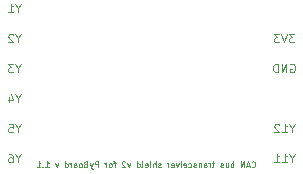
<source format=gbo>
G04 #@! TF.FileFunction,Legend,Bot*
%FSLAX45Y45*%
G04 Gerber Fmt 4.5, Leading zero omitted, Abs format (unit mm)*
G04 Created by KiCad (PCBNEW 4.0.4-stable) date Sat Oct 29 12:27:33 2016*
%MOMM*%
%LPD*%
G01*
G04 APERTURE LIST*
%ADD10C,0.100000*%
G04 APERTURE END LIST*
D10*
X10596847Y-10482657D02*
X10599228Y-10485038D01*
X10606371Y-10487419D01*
X10611133Y-10487419D01*
X10618276Y-10485038D01*
X10623038Y-10480276D01*
X10625419Y-10475514D01*
X10627800Y-10465991D01*
X10627800Y-10458848D01*
X10625419Y-10449324D01*
X10623038Y-10444562D01*
X10618276Y-10439800D01*
X10611133Y-10437419D01*
X10606371Y-10437419D01*
X10599228Y-10439800D01*
X10596847Y-10442181D01*
X10577800Y-10473133D02*
X10553990Y-10473133D01*
X10582562Y-10487419D02*
X10565895Y-10437419D01*
X10549228Y-10487419D01*
X10532562Y-10487419D02*
X10532562Y-10437419D01*
X10503990Y-10487419D01*
X10503990Y-10437419D01*
X10442085Y-10487419D02*
X10442085Y-10437419D01*
X10442085Y-10456467D02*
X10437323Y-10454086D01*
X10427800Y-10454086D01*
X10423038Y-10456467D01*
X10420657Y-10458848D01*
X10418276Y-10463610D01*
X10418276Y-10477895D01*
X10420657Y-10482657D01*
X10423038Y-10485038D01*
X10427800Y-10487419D01*
X10437323Y-10487419D01*
X10442085Y-10485038D01*
X10375419Y-10454086D02*
X10375419Y-10487419D01*
X10396847Y-10454086D02*
X10396847Y-10480276D01*
X10394466Y-10485038D01*
X10389704Y-10487419D01*
X10382562Y-10487419D01*
X10377800Y-10485038D01*
X10375419Y-10482657D01*
X10353990Y-10485038D02*
X10349228Y-10487419D01*
X10339704Y-10487419D01*
X10334943Y-10485038D01*
X10332562Y-10480276D01*
X10332562Y-10477895D01*
X10334943Y-10473133D01*
X10339704Y-10470752D01*
X10346847Y-10470752D01*
X10351609Y-10468371D01*
X10353990Y-10463610D01*
X10353990Y-10461229D01*
X10351609Y-10456467D01*
X10346847Y-10454086D01*
X10339704Y-10454086D01*
X10334943Y-10456467D01*
X10280181Y-10454086D02*
X10261133Y-10454086D01*
X10273038Y-10437419D02*
X10273038Y-10480276D01*
X10270657Y-10485038D01*
X10265895Y-10487419D01*
X10261133Y-10487419D01*
X10244466Y-10487419D02*
X10244466Y-10454086D01*
X10244466Y-10463610D02*
X10242085Y-10458848D01*
X10239704Y-10456467D01*
X10234943Y-10454086D01*
X10230181Y-10454086D01*
X10192085Y-10487419D02*
X10192085Y-10461229D01*
X10194466Y-10456467D01*
X10199228Y-10454086D01*
X10208752Y-10454086D01*
X10213514Y-10456467D01*
X10192085Y-10485038D02*
X10196847Y-10487419D01*
X10208752Y-10487419D01*
X10213514Y-10485038D01*
X10215895Y-10480276D01*
X10215895Y-10475514D01*
X10213514Y-10470752D01*
X10208752Y-10468371D01*
X10196847Y-10468371D01*
X10192085Y-10465991D01*
X10168276Y-10454086D02*
X10168276Y-10487419D01*
X10168276Y-10458848D02*
X10165895Y-10456467D01*
X10161133Y-10454086D01*
X10153990Y-10454086D01*
X10149228Y-10456467D01*
X10146847Y-10461229D01*
X10146847Y-10487419D01*
X10125419Y-10485038D02*
X10120657Y-10487419D01*
X10111133Y-10487419D01*
X10106371Y-10485038D01*
X10103990Y-10480276D01*
X10103990Y-10477895D01*
X10106371Y-10473133D01*
X10111133Y-10470752D01*
X10118276Y-10470752D01*
X10123038Y-10468371D01*
X10125419Y-10463610D01*
X10125419Y-10461229D01*
X10123038Y-10456467D01*
X10118276Y-10454086D01*
X10111133Y-10454086D01*
X10106371Y-10456467D01*
X10061133Y-10485038D02*
X10065895Y-10487419D01*
X10075419Y-10487419D01*
X10080181Y-10485038D01*
X10082562Y-10482657D01*
X10084943Y-10477895D01*
X10084943Y-10463610D01*
X10082562Y-10458848D01*
X10080181Y-10456467D01*
X10075419Y-10454086D01*
X10065895Y-10454086D01*
X10061133Y-10456467D01*
X10020657Y-10485038D02*
X10025419Y-10487419D01*
X10034943Y-10487419D01*
X10039704Y-10485038D01*
X10042085Y-10480276D01*
X10042085Y-10461229D01*
X10039704Y-10456467D01*
X10034943Y-10454086D01*
X10025419Y-10454086D01*
X10020657Y-10456467D01*
X10018276Y-10461229D01*
X10018276Y-10465991D01*
X10042085Y-10470752D01*
X9996847Y-10487419D02*
X9996847Y-10454086D01*
X9996847Y-10437419D02*
X9999228Y-10439800D01*
X9996847Y-10442181D01*
X9994466Y-10439800D01*
X9996847Y-10437419D01*
X9996847Y-10442181D01*
X9977800Y-10454086D02*
X9965895Y-10487419D01*
X9953990Y-10454086D01*
X9915895Y-10485038D02*
X9920657Y-10487419D01*
X9930181Y-10487419D01*
X9934943Y-10485038D01*
X9937324Y-10480276D01*
X9937324Y-10461229D01*
X9934943Y-10456467D01*
X9930181Y-10454086D01*
X9920657Y-10454086D01*
X9915895Y-10456467D01*
X9913514Y-10461229D01*
X9913514Y-10465991D01*
X9937324Y-10470752D01*
X9892086Y-10487419D02*
X9892086Y-10454086D01*
X9892086Y-10463610D02*
X9889705Y-10458848D01*
X9887324Y-10456467D01*
X9882562Y-10454086D01*
X9877800Y-10454086D01*
X9825419Y-10485038D02*
X9820657Y-10487419D01*
X9811133Y-10487419D01*
X9806371Y-10485038D01*
X9803990Y-10480276D01*
X9803990Y-10477895D01*
X9806371Y-10473133D01*
X9811133Y-10470752D01*
X9818276Y-10470752D01*
X9823038Y-10468371D01*
X9825419Y-10463610D01*
X9825419Y-10461229D01*
X9823038Y-10456467D01*
X9818276Y-10454086D01*
X9811133Y-10454086D01*
X9806371Y-10456467D01*
X9782562Y-10487419D02*
X9782562Y-10437419D01*
X9761133Y-10487419D02*
X9761133Y-10461229D01*
X9763514Y-10456467D01*
X9768276Y-10454086D01*
X9775419Y-10454086D01*
X9780181Y-10456467D01*
X9782562Y-10458848D01*
X9737324Y-10487419D02*
X9737324Y-10454086D01*
X9737324Y-10437419D02*
X9739705Y-10439800D01*
X9737324Y-10442181D01*
X9734943Y-10439800D01*
X9737324Y-10437419D01*
X9737324Y-10442181D01*
X9694467Y-10485038D02*
X9699228Y-10487419D01*
X9708752Y-10487419D01*
X9713514Y-10485038D01*
X9715895Y-10480276D01*
X9715895Y-10461229D01*
X9713514Y-10456467D01*
X9708752Y-10454086D01*
X9699228Y-10454086D01*
X9694467Y-10456467D01*
X9692086Y-10461229D01*
X9692086Y-10465991D01*
X9715895Y-10470752D01*
X9663514Y-10487419D02*
X9668276Y-10485038D01*
X9670657Y-10480276D01*
X9670657Y-10437419D01*
X9623038Y-10487419D02*
X9623038Y-10437419D01*
X9623038Y-10485038D02*
X9627800Y-10487419D01*
X9637324Y-10487419D01*
X9642086Y-10485038D01*
X9644467Y-10482657D01*
X9646848Y-10477895D01*
X9646848Y-10463610D01*
X9644467Y-10458848D01*
X9642086Y-10456467D01*
X9637324Y-10454086D01*
X9627800Y-10454086D01*
X9623038Y-10456467D01*
X9565895Y-10454086D02*
X9553990Y-10487419D01*
X9542086Y-10454086D01*
X9525419Y-10442181D02*
X9523038Y-10439800D01*
X9518276Y-10437419D01*
X9506371Y-10437419D01*
X9501610Y-10439800D01*
X9499229Y-10442181D01*
X9496848Y-10446943D01*
X9496848Y-10451705D01*
X9499229Y-10458848D01*
X9527800Y-10487419D01*
X9496848Y-10487419D01*
X9444467Y-10454086D02*
X9425419Y-10454086D01*
X9437324Y-10487419D02*
X9437324Y-10444562D01*
X9434943Y-10439800D01*
X9430181Y-10437419D01*
X9425419Y-10437419D01*
X9401610Y-10487419D02*
X9406372Y-10485038D01*
X9408752Y-10482657D01*
X9411133Y-10477895D01*
X9411133Y-10463610D01*
X9408752Y-10458848D01*
X9406372Y-10456467D01*
X9401610Y-10454086D01*
X9394467Y-10454086D01*
X9389705Y-10456467D01*
X9387324Y-10458848D01*
X9384943Y-10463610D01*
X9384943Y-10477895D01*
X9387324Y-10482657D01*
X9389705Y-10485038D01*
X9394467Y-10487419D01*
X9401610Y-10487419D01*
X9363514Y-10487419D02*
X9363514Y-10454086D01*
X9363514Y-10463610D02*
X9361133Y-10458848D01*
X9358752Y-10456467D01*
X9353991Y-10454086D01*
X9349229Y-10454086D01*
X9294467Y-10487419D02*
X9294467Y-10437419D01*
X9275419Y-10437419D01*
X9270657Y-10439800D01*
X9268276Y-10442181D01*
X9265895Y-10446943D01*
X9265895Y-10454086D01*
X9268276Y-10458848D01*
X9270657Y-10461229D01*
X9275419Y-10463610D01*
X9294467Y-10463610D01*
X9249229Y-10454086D02*
X9237324Y-10487419D01*
X9225419Y-10454086D02*
X9237324Y-10487419D01*
X9242086Y-10499324D01*
X9244467Y-10501705D01*
X9249229Y-10504086D01*
X9189705Y-10461229D02*
X9182562Y-10463610D01*
X9180181Y-10465991D01*
X9177800Y-10470752D01*
X9177800Y-10477895D01*
X9180181Y-10482657D01*
X9182562Y-10485038D01*
X9187324Y-10487419D01*
X9206372Y-10487419D01*
X9206372Y-10437419D01*
X9189705Y-10437419D01*
X9184943Y-10439800D01*
X9182562Y-10442181D01*
X9180181Y-10446943D01*
X9180181Y-10451705D01*
X9182562Y-10456467D01*
X9184943Y-10458848D01*
X9189705Y-10461229D01*
X9206372Y-10461229D01*
X9149229Y-10487419D02*
X9153991Y-10485038D01*
X9156372Y-10482657D01*
X9158753Y-10477895D01*
X9158753Y-10463610D01*
X9156372Y-10458848D01*
X9153991Y-10456467D01*
X9149229Y-10454086D01*
X9142086Y-10454086D01*
X9137324Y-10456467D01*
X9134943Y-10458848D01*
X9132562Y-10463610D01*
X9132562Y-10477895D01*
X9134943Y-10482657D01*
X9137324Y-10485038D01*
X9142086Y-10487419D01*
X9149229Y-10487419D01*
X9089705Y-10487419D02*
X9089705Y-10461229D01*
X9092086Y-10456467D01*
X9096848Y-10454086D01*
X9106372Y-10454086D01*
X9111133Y-10456467D01*
X9089705Y-10485038D02*
X9094467Y-10487419D01*
X9106372Y-10487419D01*
X9111133Y-10485038D01*
X9113514Y-10480276D01*
X9113514Y-10475514D01*
X9111133Y-10470752D01*
X9106372Y-10468371D01*
X9094467Y-10468371D01*
X9089705Y-10465991D01*
X9065895Y-10487419D02*
X9065895Y-10454086D01*
X9065895Y-10463610D02*
X9063514Y-10458848D01*
X9061133Y-10456467D01*
X9056372Y-10454086D01*
X9051610Y-10454086D01*
X9013514Y-10487419D02*
X9013514Y-10437419D01*
X9013514Y-10485038D02*
X9018276Y-10487419D01*
X9027800Y-10487419D01*
X9032562Y-10485038D01*
X9034943Y-10482657D01*
X9037324Y-10477895D01*
X9037324Y-10463610D01*
X9034943Y-10458848D01*
X9032562Y-10456467D01*
X9027800Y-10454086D01*
X9018276Y-10454086D01*
X9013514Y-10456467D01*
X8956372Y-10454086D02*
X8944467Y-10487419D01*
X8932562Y-10454086D01*
X8849229Y-10487419D02*
X8877800Y-10487419D01*
X8863515Y-10487419D02*
X8863515Y-10437419D01*
X8868276Y-10444562D01*
X8873038Y-10449324D01*
X8877800Y-10451705D01*
X8827800Y-10482657D02*
X8825419Y-10485038D01*
X8827800Y-10487419D01*
X8830181Y-10485038D01*
X8827800Y-10482657D01*
X8827800Y-10487419D01*
X8777800Y-10487419D02*
X8806372Y-10487419D01*
X8792086Y-10487419D02*
X8792086Y-10437419D01*
X8796848Y-10444562D01*
X8801610Y-10449324D01*
X8806372Y-10451705D01*
X10957867Y-9359667D02*
X10914533Y-9359667D01*
X10937867Y-9386333D01*
X10927867Y-9386333D01*
X10921200Y-9389667D01*
X10917867Y-9393000D01*
X10914533Y-9399667D01*
X10914533Y-9416333D01*
X10917867Y-9423000D01*
X10921200Y-9426333D01*
X10927867Y-9429667D01*
X10947867Y-9429667D01*
X10954533Y-9426333D01*
X10957867Y-9423000D01*
X10894533Y-9359667D02*
X10871200Y-9429667D01*
X10847867Y-9359667D01*
X10831200Y-9359667D02*
X10787867Y-9359667D01*
X10811200Y-9386333D01*
X10801200Y-9386333D01*
X10794533Y-9389667D01*
X10791200Y-9393000D01*
X10787867Y-9399667D01*
X10787867Y-9416333D01*
X10791200Y-9423000D01*
X10794533Y-9426333D01*
X10801200Y-9429667D01*
X10821200Y-9429667D01*
X10827867Y-9426333D01*
X10831200Y-9423000D01*
X10924533Y-9617000D02*
X10931200Y-9613667D01*
X10941200Y-9613667D01*
X10951200Y-9617000D01*
X10957867Y-9623667D01*
X10961200Y-9630333D01*
X10964533Y-9643667D01*
X10964533Y-9653667D01*
X10961200Y-9667000D01*
X10957867Y-9673667D01*
X10951200Y-9680333D01*
X10941200Y-9683667D01*
X10934533Y-9683667D01*
X10924533Y-9680333D01*
X10921200Y-9677000D01*
X10921200Y-9653667D01*
X10934533Y-9653667D01*
X10891200Y-9683667D02*
X10891200Y-9613667D01*
X10851200Y-9683667D01*
X10851200Y-9613667D01*
X10817867Y-9683667D02*
X10817867Y-9613667D01*
X10801200Y-9613667D01*
X10791200Y-9617000D01*
X10784533Y-9623667D01*
X10781200Y-9630333D01*
X10777867Y-9643667D01*
X10777867Y-9653667D01*
X10781200Y-9667000D01*
X10784533Y-9673667D01*
X10791200Y-9680333D01*
X10801200Y-9683667D01*
X10817867Y-9683667D01*
X10937867Y-10158333D02*
X10937867Y-10191667D01*
X10961200Y-10121667D02*
X10937867Y-10158333D01*
X10914533Y-10121667D01*
X10854533Y-10191667D02*
X10894533Y-10191667D01*
X10874533Y-10191667D02*
X10874533Y-10121667D01*
X10881200Y-10131667D01*
X10887867Y-10138333D01*
X10894533Y-10141667D01*
X10827867Y-10128333D02*
X10824533Y-10125000D01*
X10817867Y-10121667D01*
X10801200Y-10121667D01*
X10794533Y-10125000D01*
X10791200Y-10128333D01*
X10787867Y-10135000D01*
X10787867Y-10141667D01*
X10791200Y-10151667D01*
X10831200Y-10191667D01*
X10787867Y-10191667D01*
X10937867Y-10412333D02*
X10937867Y-10445667D01*
X10961200Y-10375667D02*
X10937867Y-10412333D01*
X10914533Y-10375667D01*
X10854533Y-10445667D02*
X10894533Y-10445667D01*
X10874533Y-10445667D02*
X10874533Y-10375667D01*
X10881200Y-10385667D01*
X10887867Y-10392333D01*
X10894533Y-10395667D01*
X10787867Y-10445667D02*
X10827867Y-10445667D01*
X10807867Y-10445667D02*
X10807867Y-10375667D01*
X10814533Y-10385667D01*
X10821200Y-10392333D01*
X10827867Y-10395667D01*
X8618533Y-10412333D02*
X8618533Y-10445667D01*
X8641867Y-10375667D02*
X8618533Y-10412333D01*
X8595200Y-10375667D01*
X8541867Y-10375667D02*
X8555200Y-10375667D01*
X8561867Y-10379000D01*
X8565200Y-10382333D01*
X8571867Y-10392333D01*
X8575200Y-10405667D01*
X8575200Y-10432333D01*
X8571867Y-10439000D01*
X8568533Y-10442333D01*
X8561867Y-10445667D01*
X8548533Y-10445667D01*
X8541867Y-10442333D01*
X8538533Y-10439000D01*
X8535200Y-10432333D01*
X8535200Y-10415667D01*
X8538533Y-10409000D01*
X8541867Y-10405667D01*
X8548533Y-10402333D01*
X8561867Y-10402333D01*
X8568533Y-10405667D01*
X8571867Y-10409000D01*
X8575200Y-10415667D01*
X8618533Y-10158333D02*
X8618533Y-10191667D01*
X8641867Y-10121667D02*
X8618533Y-10158333D01*
X8595200Y-10121667D01*
X8538533Y-10121667D02*
X8571867Y-10121667D01*
X8575200Y-10155000D01*
X8571867Y-10151667D01*
X8565200Y-10148333D01*
X8548533Y-10148333D01*
X8541867Y-10151667D01*
X8538533Y-10155000D01*
X8535200Y-10161667D01*
X8535200Y-10178333D01*
X8538533Y-10185000D01*
X8541867Y-10188333D01*
X8548533Y-10191667D01*
X8565200Y-10191667D01*
X8571867Y-10188333D01*
X8575200Y-10185000D01*
X8618533Y-9904333D02*
X8618533Y-9937667D01*
X8641867Y-9867667D02*
X8618533Y-9904333D01*
X8595200Y-9867667D01*
X8541867Y-9891000D02*
X8541867Y-9937667D01*
X8558533Y-9864333D02*
X8575200Y-9914333D01*
X8531867Y-9914333D01*
X8618533Y-9650333D02*
X8618533Y-9683667D01*
X8641867Y-9613667D02*
X8618533Y-9650333D01*
X8595200Y-9613667D01*
X8578533Y-9613667D02*
X8535200Y-9613667D01*
X8558533Y-9640333D01*
X8548533Y-9640333D01*
X8541867Y-9643667D01*
X8538533Y-9647000D01*
X8535200Y-9653667D01*
X8535200Y-9670333D01*
X8538533Y-9677000D01*
X8541867Y-9680333D01*
X8548533Y-9683667D01*
X8568533Y-9683667D01*
X8575200Y-9680333D01*
X8578533Y-9677000D01*
X8618533Y-9396333D02*
X8618533Y-9429667D01*
X8641867Y-9359667D02*
X8618533Y-9396333D01*
X8595200Y-9359667D01*
X8575200Y-9366333D02*
X8571867Y-9363000D01*
X8565200Y-9359667D01*
X8548533Y-9359667D01*
X8541867Y-9363000D01*
X8538533Y-9366333D01*
X8535200Y-9373000D01*
X8535200Y-9379667D01*
X8538533Y-9389667D01*
X8578533Y-9429667D01*
X8535200Y-9429667D01*
X8618533Y-9142333D02*
X8618533Y-9175667D01*
X8641867Y-9105667D02*
X8618533Y-9142333D01*
X8595200Y-9105667D01*
X8535200Y-9175667D02*
X8575200Y-9175667D01*
X8555200Y-9175667D02*
X8555200Y-9105667D01*
X8561867Y-9115667D01*
X8568533Y-9122333D01*
X8575200Y-9125667D01*
M02*

</source>
